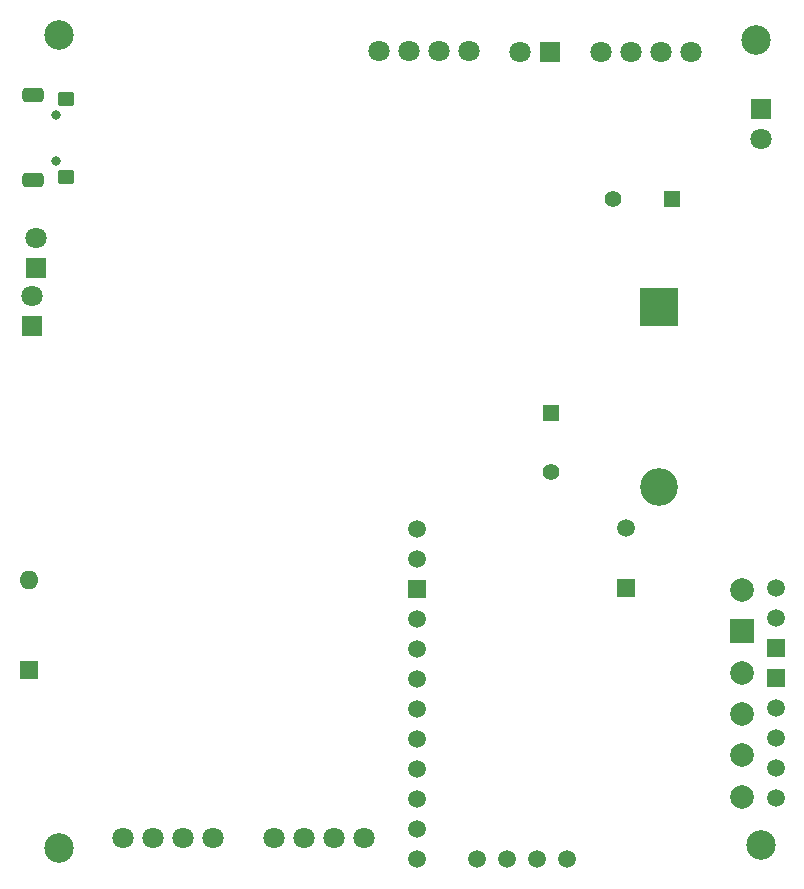
<source format=gbr>
%TF.GenerationSoftware,KiCad,Pcbnew,7.0.1-0*%
%TF.CreationDate,2023-10-30T18:15:43-04:00*%
%TF.ProjectId,WaveWise_Buoy,57617665-5769-4736-955f-42756f792e6b,rev?*%
%TF.SameCoordinates,Original*%
%TF.FileFunction,Soldermask,Bot*%
%TF.FilePolarity,Negative*%
%FSLAX46Y46*%
G04 Gerber Fmt 4.6, Leading zero omitted, Abs format (unit mm)*
G04 Created by KiCad (PCBNEW 7.0.1-0) date 2023-10-30 18:15:43*
%MOMM*%
%LPD*%
G01*
G04 APERTURE LIST*
G04 Aperture macros list*
%AMRoundRect*
0 Rectangle with rounded corners*
0 $1 Rounding radius*
0 $2 $3 $4 $5 $6 $7 $8 $9 X,Y pos of 4 corners*
0 Add a 4 corners polygon primitive as box body*
4,1,4,$2,$3,$4,$5,$6,$7,$8,$9,$2,$3,0*
0 Add four circle primitives for the rounded corners*
1,1,$1+$1,$2,$3*
1,1,$1+$1,$4,$5*
1,1,$1+$1,$6,$7*
1,1,$1+$1,$8,$9*
0 Add four rect primitives between the rounded corners*
20,1,$1+$1,$2,$3,$4,$5,0*
20,1,$1+$1,$4,$5,$6,$7,0*
20,1,$1+$1,$6,$7,$8,$9,0*
20,1,$1+$1,$8,$9,$2,$3,0*%
G04 Aperture macros list end*
%ADD10C,1.800000*%
%ADD11C,0.800000*%
%ADD12RoundRect,0.312500X-0.587500X0.312500X-0.587500X-0.312500X0.587500X-0.312500X0.587500X0.312500X0*%
%ADD13RoundRect,0.312500X-0.387500X0.312500X-0.387500X-0.312500X0.387500X-0.312500X0.387500X0.312500X0*%
%ADD14R,1.800000X1.800000*%
%ADD15C,2.500000*%
%ADD16C,2.000000*%
%ADD17C,1.500000*%
%ADD18R,1.500000X1.500000*%
%ADD19R,2.000000X2.000000*%
%ADD20C,1.404000*%
%ADD21RoundRect,0.102000X0.600000X0.600000X-0.600000X0.600000X-0.600000X-0.600000X0.600000X-0.600000X0*%
%ADD22RoundRect,0.102000X-0.600000X0.600000X-0.600000X-0.600000X0.600000X-0.600000X0.600000X0.600000X0*%
%ADD23R,1.600000X1.600000*%
%ADD24O,1.600000X1.600000*%
%ADD25R,3.200000X3.200000*%
%ADD26O,3.200000X3.200000*%
G04 APERTURE END LIST*
D10*
%TO.C,J6*%
X166060000Y-54700000D03*
X168600000Y-54700000D03*
X171140000Y-54700000D03*
X173680000Y-54700000D03*
%TD*%
D11*
%TO.C,J3*%
X138684000Y-60071000D03*
X138684000Y-63971000D03*
D12*
X136784000Y-58421000D03*
D13*
X139584000Y-58721000D03*
X139584000Y-65321000D03*
D12*
X136784000Y-65621000D03*
%TD*%
D14*
%TO.C,D1*%
X136652000Y-77983000D03*
D10*
X136652000Y-75443000D03*
%TD*%
%TO.C,J5*%
X192480000Y-54730000D03*
X189940000Y-54730000D03*
X187400000Y-54730000D03*
X184860000Y-54730000D03*
%TD*%
D14*
%TO.C,D2*%
X137033000Y-73030000D03*
D10*
X137033000Y-70490000D03*
%TD*%
D15*
%TO.C,H1*%
X197993000Y-53721000D03*
%TD*%
D16*
%TO.C,U2*%
X196810300Y-100280800D03*
D17*
X199705900Y-100128400D03*
X199705900Y-102668400D03*
D16*
X196810300Y-107280800D03*
D17*
X199705900Y-110288400D03*
D16*
X196810300Y-110780800D03*
D17*
X199705900Y-112828400D03*
D16*
X196810300Y-114280800D03*
D17*
X199705900Y-115368400D03*
D16*
X196810300Y-117780800D03*
D17*
X199705900Y-117908400D03*
X181951300Y-123064600D03*
X179411300Y-123064600D03*
X176871300Y-123064600D03*
X174331300Y-123064600D03*
X169251300Y-123064600D03*
X169251300Y-120524600D03*
X169251300Y-117984600D03*
X169251300Y-115444600D03*
X169251300Y-112904600D03*
X169251300Y-110364600D03*
X169251300Y-107824600D03*
X169251300Y-105284600D03*
X169251300Y-102744600D03*
X169251300Y-97664600D03*
X169251300Y-95124600D03*
X187005900Y-95048400D03*
D18*
X169251300Y-100204600D03*
X187005900Y-100128400D03*
D19*
X196810300Y-103780800D03*
D18*
X199705900Y-105208400D03*
X199705900Y-107748400D03*
%TD*%
D10*
%TO.C,J10*%
X157180000Y-121300000D03*
X159720000Y-121300000D03*
X162260000Y-121300000D03*
X164800000Y-121300000D03*
%TD*%
D14*
%TO.C,J8*%
X180560000Y-54750000D03*
D10*
X178020000Y-54750000D03*
%TD*%
D20*
%TO.C,C3*%
X185884500Y-67183000D03*
D21*
X190884500Y-67183000D03*
%TD*%
D20*
%TO.C,C6*%
X180594000Y-90340500D03*
D22*
X180594000Y-85340500D03*
%TD*%
D15*
%TO.C,H3*%
X198374000Y-121920000D03*
%TD*%
D23*
%TO.C,D3*%
X136398000Y-107061000D03*
D24*
X136398000Y-99441000D03*
%TD*%
D15*
%TO.C,H2*%
X138938000Y-53340000D03*
%TD*%
D25*
%TO.C,D4*%
X189738000Y-76327000D03*
D26*
X189738000Y-91567000D03*
%TD*%
D14*
%TO.C,J7*%
X198374000Y-59563000D03*
D10*
X198374000Y-62103000D03*
%TD*%
%TO.C,J9*%
X144380000Y-121300000D03*
X146920000Y-121300000D03*
X149460000Y-121300000D03*
X152000000Y-121300000D03*
%TD*%
D15*
%TO.C,H4*%
X138938000Y-122174000D03*
%TD*%
M02*

</source>
